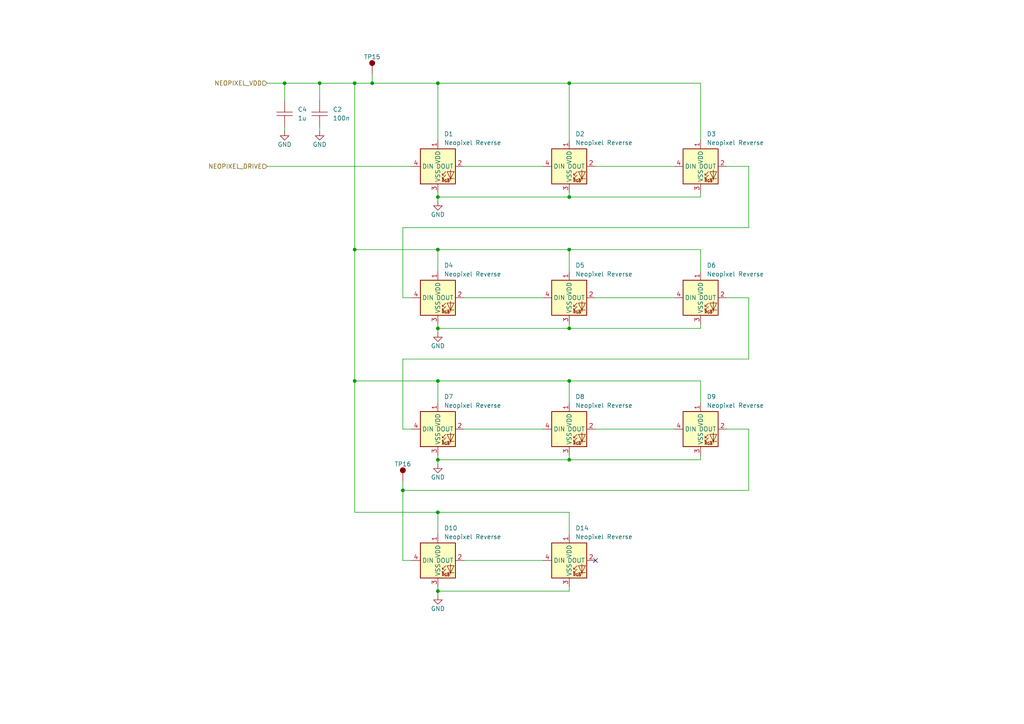
<source format=kicad_sch>
(kicad_sch (version 20231120) (generator "eeschema") (generator_version "8.0")
  (paper "A4")
  (title_block (title "Programmable Keyboard") (date "2025-01-06") (rev "3.0") (company "Kallio Designs Oy") (comment 1 "TL, NH") (comment 2 "ASSEMBLY_PN") (comment 3 "000018"))
  (lib_symbols
    (symbol "KD_Capacitor:C_0603_100n_X7R_50V" (pin_numbers hide) (pin_names hide)
      (property "Reference" "C" (at 2.54 1.27 0))
      (property "Value" "100n" (at 2.54 -1.27 0))
      (symbol "C_0603_100n_X7R_50V_0_1"
        (polyline (pts (xy -2.286 -0.508) (xy 2.286 -0.508)))
        (polyline (pts (xy -2.286 0.508) (xy 2.286 0.508)))
        (polyline (pts (xy 0 -0.508) (xy 0 -1.016)))
        (polyline (pts (xy 0 0.508) (xy 0 1.016)))
      )
      (symbol "C_0603_100n_X7R_50V_1_1"
        (pin passive line (at 0 3.81 270) (length 2.794) (name "~") (number "1"))
        (pin passive line (at 0 -3.81 90) (length 2.794) (name "~") (number "2"))
      )
    )
    (symbol "KD_Capacitor:C_0805_1u_X7R_25V" (pin_numbers hide) (pin_names hide)
      (property "Reference" "C" (at 2.54 1.27 0))
      (property "Value" "1u" (at 2.54 -1.27 0))
      (symbol "C_0805_1u_X7R_25V_0_1"
        (polyline (pts (xy -2.286 -0.508) (xy 2.286 -0.508)))
        (polyline (pts (xy -2.286 0.508) (xy 2.286 0.508)))
        (polyline (pts (xy 0 -0.508) (xy 0 -1.016)))
        (polyline (pts (xy 0 0.508) (xy 0 1.016)))
      )
      (symbol "C_0805_1u_X7R_25V_1_1"
        (pin passive line (at 0 3.81 270) (length 2.794) (name "~") (number "1"))
        (pin passive line (at 0 -3.81 90) (length 2.794) (name "~") (number "2"))
      )
    )
    (symbol "KD_Connector_Pads:TestPoint_2.5mm_H0.9" (pin_numbers hide) (pin_names hide)
      (property "Reference" "TP" (at 0 5.08 0))
      (symbol "TestPoint_2.5mm_H0.9_0_1"
        (circle (center 0 3.302) (radius 0.762) (fill (type outline)))
      )
      (symbol "TestPoint_2.5mm_H0.9_1_1"
        (pin passive line (at 0 0 90) (length 2.54) (name "1") (number "1"))
      )
    )
    (symbol "KD_Led:Neopixel_Reverse_Adafruit_4960"
      (property "Reference" "D" (at 1.778 9.398 0))
      (property "Value" "Neopixel Reverse" (at 1.778 6.858 0))
      (symbol "Neopixel_Reverse_Adafruit_4960_0_0"
        (text "RGB" (at 2.286 -4.191 0) (effects (font (size 0.762 0.762))))
      )
      (symbol "Neopixel_Reverse_Adafruit_4960_0_1"
        (polyline (pts (xy 1.27 -3.556) (xy 1.778 -3.556)))
        (polyline (pts (xy 1.27 -2.54) (xy 1.778 -2.54)))
        (polyline (pts (xy 4.699 -3.556) (xy 2.667 -3.556)))
        (polyline (pts (xy 2.286 -2.54) (xy 1.27 -3.556) (xy 1.27 -3.048)))
        (polyline (pts (xy 2.286 -1.524) (xy 1.27 -2.54) (xy 1.27 -2.032)))
        (polyline (pts (xy 3.683 -1.016) (xy 3.683 -3.556) (xy 3.683 -4.064)))
        (polyline (pts (xy 4.699 -1.524) (xy 2.667 -1.524) (xy 3.683 -3.556) (xy 4.699 -1.524)))
        (rectangle (start 5.08 5.08) (end -5.08 -5.08) (stroke (width 0.254)) (fill (type background)))
      )
      (symbol "Neopixel_Reverse_Adafruit_4960_1_1"
        (pin power_in line (at 0 7.62 270) (length 2.54) (name "VDD") (number "1"))
        (pin output line (at 7.62 0 180) (length 2.54) (name "DOUT") (number "2"))
        (pin power_in line (at 0 -7.62 90) (length 2.54) (name "VSS") (number "3"))
        (pin input line (at -7.62 0 0) (length 2.54) (name "DIN") (number "4"))
      )
    )
    (symbol "power:GND" (power) (pin_numbers hide) (pin_names (offset 0) hide)
      (property "Value" "GND" (at 0 -3.81 0))
      (symbol "GND_0_1"
        (polyline (pts (xy 0 0) (xy 0 -1.27) (xy 1.27 -1.27) (xy 0 -2.54) (xy -1.27 -1.27) (xy 0 -1.27)))
      )
      (symbol "GND_1_1"
        (pin power_in line (at 0 0 270) (length 0) (name "~") (number "1"))
      )
    )
  )
  (junction (at 127 171.45))
  (junction (at 102.87 72.39))
  (junction (at 127 133.35))
  (junction (at 102.87 24.13))
  (junction (at 165.1 24.13))
  (junction (at 127 95.25))
  (junction (at 165.1 110.49))
  (junction (at 127 57.15))
  (junction (at 116.84 142.24))
  (junction (at 165.1 133.35))
  (junction (at 127 72.39))
  (junction (at 107.95 24.13))
  (junction (at 127 24.13))
  (junction (at 92.71 24.13))
  (junction (at 82.55 24.13))
  (junction (at 165.1 57.15))
  (junction (at 127 148.59))
  (junction (at 165.1 72.39))
  (junction (at 127 110.49))
  (junction (at 102.87 110.49))
  (junction (at 165.1 95.25))
  (no_connect (at 172.72 162.56))
  (wire (pts (xy 217.17 142.24) (xy 116.84 142.24)))
  (wire (pts (xy 127 96.52) (xy 127 95.25)))
  (wire (pts (xy 127 57.15) (xy 127 55.88)))
  (wire (pts (xy 116.84 104.14) (xy 116.84 124.46)))
  (wire (pts (xy 217.17 48.26) (xy 217.17 66.04)))
  (wire (pts (xy 77.47 48.26) (xy 119.38 48.26)))
  (wire (pts (xy 165.1 95.25) (xy 203.2 95.25)))
  (wire (pts (xy 195.58 48.26) (xy 172.72 48.26)))
  (wire (pts (xy 82.55 24.13) (xy 82.55 29.21)))
  (wire (pts (xy 127 24.13) (xy 127 40.64)))
  (wire (pts (xy 127 57.15) (xy 165.1 57.15)))
  (wire (pts (xy 127 95.25) (xy 165.1 95.25)))
  (wire (pts (xy 195.58 124.46) (xy 172.72 124.46)))
  (wire (pts (xy 165.1 116.84) (xy 165.1 110.49)))
  (wire (pts (xy 203.2 93.98) (xy 203.2 95.25)))
  (wire (pts (xy 210.82 48.26) (xy 217.17 48.26)))
  (wire (pts (xy 210.82 86.36) (xy 217.17 86.36)))
  (wire (pts (xy 157.48 162.56) (xy 134.62 162.56)))
  (wire (pts (xy 203.2 72.39) (xy 165.1 72.39)))
  (wire (pts (xy 102.87 72.39) (xy 102.87 110.49)))
  (wire (pts (xy 165.1 93.98) (xy 165.1 95.25)))
  (wire (pts (xy 102.87 24.13) (xy 102.87 72.39)))
  (wire (pts (xy 116.84 124.46) (xy 119.38 124.46)))
  (wire (pts (xy 165.1 55.88) (xy 165.1 57.15)))
  (wire (pts (xy 116.84 142.24) (xy 116.84 162.56)))
  (wire (pts (xy 127 133.35) (xy 127 132.08)))
  (wire (pts (xy 165.1 170.18) (xy 165.1 171.45)))
  (wire (pts (xy 102.87 110.49) (xy 127 110.49)))
  (wire (pts (xy 165.1 132.08) (xy 165.1 133.35)))
  (wire (pts (xy 127 95.25) (xy 127 93.98)))
  (wire (pts (xy 92.71 24.13) (xy 92.71 29.21)))
  (wire (pts (xy 116.84 139.7) (xy 116.84 142.24)))
  (wire (pts (xy 127 58.42) (xy 127 57.15)))
  (wire (pts (xy 165.1 57.15) (xy 203.2 57.15)))
  (wire (pts (xy 217.17 104.14) (xy 116.84 104.14)))
  (wire (pts (xy 210.82 124.46) (xy 217.17 124.46)))
  (wire (pts (xy 116.84 162.56) (xy 119.38 162.56)))
  (wire (pts (xy 102.87 72.39) (xy 127 72.39)))
  (wire (pts (xy 203.2 24.13) (xy 165.1 24.13)))
  (wire (pts (xy 92.71 36.83) (xy 92.71 38.1)))
  (wire (pts (xy 217.17 124.46) (xy 217.17 142.24)))
  (wire (pts (xy 203.2 55.88) (xy 203.2 57.15)))
  (wire (pts (xy 107.95 24.13) (xy 127 24.13)))
  (wire (pts (xy 203.2 116.84) (xy 203.2 110.49)))
  (wire (pts (xy 165.1 40.64) (xy 165.1 24.13)))
  (wire (pts (xy 92.71 24.13) (xy 102.87 24.13)))
  (wire (pts (xy 165.1 72.39) (xy 127 72.39)))
  (wire (pts (xy 195.58 86.36) (xy 172.72 86.36)))
  (wire (pts (xy 107.95 21.59) (xy 107.95 24.13)))
  (wire (pts (xy 127 172.72) (xy 127 171.45)))
  (wire (pts (xy 165.1 78.74) (xy 165.1 72.39)))
  (wire (pts (xy 203.2 78.74) (xy 203.2 72.39)))
  (wire (pts (xy 165.1 133.35) (xy 203.2 133.35)))
  (wire (pts (xy 127 148.59) (xy 165.1 148.59)))
  (wire (pts (xy 127 134.62) (xy 127 133.35)))
  (wire (pts (xy 102.87 24.13) (xy 107.95 24.13)))
  (wire (pts (xy 116.84 86.36) (xy 119.38 86.36)))
  (wire (pts (xy 203.2 110.49) (xy 165.1 110.49)))
  (wire (pts (xy 127 133.35) (xy 165.1 133.35)))
  (wire (pts (xy 217.17 66.04) (xy 116.84 66.04)))
  (wire (pts (xy 157.48 48.26) (xy 134.62 48.26)))
  (wire (pts (xy 203.2 40.64) (xy 203.2 24.13)))
  (wire (pts (xy 165.1 24.13) (xy 127 24.13)))
  (wire (pts (xy 217.17 86.36) (xy 217.17 104.14)))
  (wire (pts (xy 127 110.49) (xy 127 116.84)))
  (wire (pts (xy 165.1 148.59) (xy 165.1 154.94)))
  (wire (pts (xy 157.48 86.36) (xy 134.62 86.36)))
  (wire (pts (xy 127 171.45) (xy 165.1 171.45)))
  (wire (pts (xy 127 148.59) (xy 102.87 148.59)))
  (wire (pts (xy 157.48 124.46) (xy 134.62 124.46)))
  (wire (pts (xy 77.47 24.13) (xy 82.55 24.13)))
  (wire (pts (xy 203.2 132.08) (xy 203.2 133.35)))
  (wire (pts (xy 165.1 110.49) (xy 127 110.49)))
  (wire (pts (xy 127 171.45) (xy 127 170.18)))
  (wire (pts (xy 127 72.39) (xy 127 78.74)))
  (wire (pts (xy 102.87 148.59) (xy 102.87 110.49)))
  (wire (pts (xy 127 154.94) (xy 127 148.59)))
  (wire (pts (xy 82.55 36.83) (xy 82.55 38.1)))
  (wire (pts (xy 82.55 24.13) (xy 92.71 24.13)))
  (wire (pts (xy 116.84 66.04) (xy 116.84 86.36)))
  (hierarchical_label "NEOPIXEL_DRIVE" (shape input) (at 77.47 48.26 180))
  (hierarchical_label "NEOPIXEL_VDD" (shape input) (at 77.47 24.13 180))
  (symbol (lib_id "power:GND") (at 127 172.72 0) (mirror y) (unit 1)
    (property "Reference" "#GND06" (effects (hide yes)))
    (property "Value" "GND" (at 127 176.53 0))
    (property "Description" "Power symbol creates a global label with name \"GND\" , ground" (effects (hide yes)))
    (instances (project "000052 RCCON" (path "" (reference "#GND06") (unit 1))) (project "000018 PGKB" (path "" (reference "#GND036") (unit 1))))
  )
  (symbol (lib_id "KD_Capacitor:C_0603_100n_X7R_50V") (at 92.71 33.02 0) (unit 1)
    (property "Reference" "C2" (at 96.52 31.7499 0) (effects (justify left)))
    (property "Value" "100n" (at 96.52 34.2899 0) (effects (justify left)))
    (property "Footprint" "KD_Capacitor:CAPC1608X90N" (effects (hide yes)))
    (property "Datasheet" "https://mm.digikey.com/Volume0/opasdata/d220001/medias/docus/658/CL10B104KB8NNWC_Spec.pdf" (effects (hide yes)))
    (property "Description" "CAP CER 0.1UF 50V X7R 0603" (effects (hide yes)))
    (property "Manufacturer" "Samsung" (effects (hide yes)))
    (property "MFG_PartNo" "CL10B104KB8NNWC" (effects (hide yes)))
    (property "Supplier" "Digi-Key" (effects (hide yes)))
    (property "Supplier_PartNo" "1276-1935-1-ND" (effects (hide yes)))
    (property "DNP" "F" (effects (hide yes)))
    (property "Price" "0.01" (effects (hide yes)))
    (instances (project "000052 RCCON" (path "" (reference "C2") (unit 1))) (project "000018 PGKB" (path "" (reference "C40") (unit 1))))
  )
  (symbol (lib_id "KD_Led:Neopixel_Reverse_Adafruit_4960") (at 127 86.36 0) (unit 1)
    (property "Reference" "D4" (at 128.778 76.962 0) (effects (justify left)))
    (property "Value" "Neopixel Reverse" (at 128.778 79.502 0) (effects (justify left)))
    (property "Footprint" "KD_Diode:LEDM_NEO3535_REVERSE_SK6812-E" (effects (hide yes)))
    (property "Datasheet" "https://cdn-shop.adafruit.com/product-files/4960/4960_SK6812MINI-E_REV02_EN.pdf" (effects (hide yes)))
    (property "Manufacturer" "Adafruit Industries LLC" (effects (hide yes)))
    (property "MFG_PartNo" "4960" (effects (hide yes)))
    (property "Supplier" "Digi-Key" (effects (hide yes)))
    (property "Supplier_PartNo" "1528-4960-ND" (effects (hide yes)))
    (property "DNP" "F" (effects (hide yes)))
    (property "Price" "0.28" (effects (hide yes)))
  )
  (symbol (lib_id "KD_Led:Neopixel_Reverse_Adafruit_4960") (at 203.2 124.46 0) (unit 1)
    (property "Reference" "D9" (at 204.978 115.062 0) (effects (justify left)))
    (property "Value" "Neopixel Reverse" (at 204.978 117.602 0) (effects (justify left)))
    (property "Footprint" "KD_Diode:LEDM_NEO3535_REVERSE_SK6812-E" (effects (hide yes)))
    (property "Datasheet" "https://cdn-shop.adafruit.com/product-files/4960/4960_SK6812MINI-E_REV02_EN.pdf" (effects (hide yes)))
    (property "Manufacturer" "Adafruit Industries LLC" (effects (hide yes)))
    (property "MFG_PartNo" "4960" (effects (hide yes)))
    (property "Supplier" "Digi-Key" (effects (hide yes)))
    (property "Supplier_PartNo" "1528-4960-ND" (effects (hide yes)))
    (property "DNP" "F" (effects (hide yes)))
    (property "Price" "0.28" (effects (hide yes)))
  )
  (symbol (lib_id "power:GND") (at 127 134.62 0) (mirror y) (unit 1)
    (property "Reference" "#GND06" (effects (hide yes)))
    (property "Value" "GND" (at 127 138.43 0))
    (property "Description" "Power symbol creates a global label with name \"GND\" , ground" (effects (hide yes)))
    (instances (project "000052 RCCON" (path "" (reference "#GND06") (unit 1))) (project "000018 PGKB" (path "" (reference "#GND035") (unit 1))))
  )
  (symbol (lib_id "KD_Capacitor:C_0805_1u_X7R_25V") (at 82.55 33.02 0) (unit 1)
    (property "Reference" "C4" (at 86.36 31.7499 0) (effects (justify left)))
    (property "Value" "1u" (at 86.36 34.2899 0) (effects (justify left)))
    (property "Footprint" "KD_Capacitor:CAPC2012X135N" (effects (hide yes)))
    (property "Datasheet" "https://mm.digikey.com/Volume0/opasdata/d220001/medias/docus/1105/CL21B105KAFNNNE_Spec.pdf" (effects (hide yes)))
    (property "Description" "CAP CER 1UF 25V X7R 0805" (effects (hide yes)))
    (property "Manufacturer" "Samsung Electro-Mechanics" (effects (hide yes)))
    (property "MFG_PartNo" "CL21B105KAFNNNE" (effects (hide yes)))
    (property "Supplier" "Digi-Key" (effects (hide yes)))
    (property "Supplier_PartNo" "1276-1066-1-ND" (effects (hide yes)))
    (property "DNP" "F" (effects (hide yes)))
    (property "Price" "0.03" (effects (hide yes)))
    (instances (project "000052 RCCON" (path "" (reference "C4") (unit 1))) (project "000018 PGKB" (path "" (reference "C39") (unit 1))))
  )
  (symbol (lib_id "KD_Led:Neopixel_Reverse_Adafruit_4960") (at 165.1 86.36 0) (unit 1)
    (property "Reference" "D5" (at 166.878 76.962 0) (effects (justify left)))
    (property "Value" "Neopixel Reverse" (at 166.878 79.502 0) (effects (justify left)))
    (property "Footprint" "KD_Diode:LEDM_NEO3535_REVERSE_SK6812-E" (effects (hide yes)))
    (property "Datasheet" "https://cdn-shop.adafruit.com/product-files/4960/4960_SK6812MINI-E_REV02_EN.pdf" (effects (hide yes)))
    (property "Manufacturer" "Adafruit Industries LLC" (effects (hide yes)))
    (property "MFG_PartNo" "4960" (effects (hide yes)))
    (property "Supplier" "Digi-Key" (effects (hide yes)))
    (property "Supplier_PartNo" "1528-4960-ND" (effects (hide yes)))
    (property "DNP" "F" (effects (hide yes)))
    (property "Price" "0.28" (effects (hide yes)))
  )
  (symbol (lib_id "KD_Led:Neopixel_Reverse_Adafruit_4960") (at 127 124.46 0) (unit 1)
    (property "Reference" "D7" (at 128.778 115.062 0) (effects (justify left)))
    (property "Value" "Neopixel Reverse" (at 128.778 117.602 0) (effects (justify left)))
    (property "Footprint" "KD_Diode:LEDM_NEO3535_REVERSE_SK6812-E" (effects (hide yes)))
    (property "Datasheet" "https://cdn-shop.adafruit.com/product-files/4960/4960_SK6812MINI-E_REV02_EN.pdf" (effects (hide yes)))
    (property "Manufacturer" "Adafruit Industries LLC" (effects (hide yes)))
    (property "MFG_PartNo" "4960" (effects (hide yes)))
    (property "Supplier" "Digi-Key" (effects (hide yes)))
    (property "Supplier_PartNo" "1528-4960-ND" (effects (hide yes)))
    (property "DNP" "F" (effects (hide yes)))
    (property "Price" "0.28" (effects (hide yes)))
  )
  (symbol (lib_id "KD_Led:Neopixel_Reverse_Adafruit_4960") (at 127 162.56 0) (unit 1)
    (property "Reference" "D10" (at 128.778 153.162 0) (effects (justify left)))
    (property "Value" "Neopixel Reverse" (at 128.778 155.702 0) (effects (justify left)))
    (property "Footprint" "KD_Diode:LEDM_NEO3535_REVERSE_SK6812-E" (effects (hide yes)))
    (property "Datasheet" "https://cdn-shop.adafruit.com/product-files/4960/4960_SK6812MINI-E_REV02_EN.pdf" (effects (hide yes)))
    (property "Manufacturer" "Adafruit Industries LLC" (effects (hide yes)))
    (property "MFG_PartNo" "4960" (effects (hide yes)))
    (property "Supplier" "Digi-Key" (effects (hide yes)))
    (property "Supplier_PartNo" "1528-4960-ND" (effects (hide yes)))
    (property "DNP" "F" (effects (hide yes)))
    (property "Price" "0.28" (effects (hide yes)))
  )
  (symbol (lib_id "KD_Connector_Pads:TestPoint_2.5mm_H0.9") (at 107.95 21.59 0) (unit 1)
    (property "Reference" "TP15" (at 107.95 16.51 0))
    (property "Value" "TP D2.5 mm H0.9mm" (effects (hide yes)))
    (property "Footprint" "KD_Connector_Pads:TestPoint_Pad_D2.5mm_H0.9mm" (effects (hide yes)))
    (property "Datasheet" "DNP" (effects (hide yes)))
    (property "Description" "Test point" (effects (hide yes)))
    (property "Code" "DNP" (effects (hide yes)))
    (property "Manufacturer" "DNP" (effects (hide yes)))
    (property "MFG_PartNo" "DNP" (effects (hide yes)))
    (property "Supplier" "DNP" (effects (hide yes)))
    (property "Supplier_PartNo" "DNP" (effects (hide yes)))
    (property "DNP" "T" (effects (hide yes)))
    (property "Price" "0.00" (effects (hide yes)))
  )
  (symbol (lib_id "KD_Led:Neopixel_Reverse_Adafruit_4960") (at 203.2 48.26 0) (unit 1)
    (property "Reference" "D3" (at 204.978 38.862 0) (effects (justify left)))
    (property "Value" "Neopixel Reverse" (at 204.978 41.402 0) (effects (justify left)))
    (property "Footprint" "KD_Diode:LEDM_NEO3535_REVERSE_SK6812-E" (effects (hide yes)))
    (property "Datasheet" "https://cdn-shop.adafruit.com/product-files/4960/4960_SK6812MINI-E_REV02_EN.pdf" (effects (hide yes)))
    (property "Manufacturer" "Adafruit Industries LLC" (effects (hide yes)))
    (property "MFG_PartNo" "4960" (effects (hide yes)))
    (property "Supplier" "Digi-Key" (effects (hide yes)))
    (property "Supplier_PartNo" "1528-4960-ND" (effects (hide yes)))
    (property "DNP" "F" (effects (hide yes)))
    (property "Price" "0.28" (effects (hide yes)))
  )
  (symbol (lib_id "KD_Led:Neopixel_Reverse_Adafruit_4960") (at 165.1 162.56 0) (unit 1)
    (property "Reference" "D14" (at 166.878 153.162 0) (effects (justify left)))
    (property "Value" "Neopixel Reverse" (at 166.878 155.702 0) (effects (justify left)))
    (property "Footprint" "KD_Diode:LEDM_NEO3535_REVERSE_SK6812-E" (effects (hide yes)))
    (property "Datasheet" "https://cdn-shop.adafruit.com/product-files/4960/4960_SK6812MINI-E_REV02_EN.pdf" (effects (hide yes)))
    (property "Manufacturer" "Adafruit Industries LLC" (effects (hide yes)))
    (property "MFG_PartNo" "4960" (effects (hide yes)))
    (property "Supplier" "Digi-Key" (effects (hide yes)))
    (property "Supplier_PartNo" "1528-4960-ND" (effects (hide yes)))
    (property "DNP" "F" (effects (hide yes)))
    (property "Price" "0.28" (effects (hide yes)))
  )
  (symbol (lib_id "power:GND") (at 127 58.42 0) (mirror y) (unit 1)
    (property "Reference" "#GND06" (effects (hide yes)))
    (property "Value" "GND" (at 127 62.23 0))
    (property "Description" "Power symbol creates a global label with name \"GND\" , ground" (effects (hide yes)))
    (instances (project "000052 RCCON" (path "" (reference "#GND06") (unit 1))) (project "000018 PGKB" (path "" (reference "#GND033") (unit 1))))
  )
  (symbol (lib_id "power:GND") (at 92.71 38.1 0) (mirror y) (unit 1)
    (property "Reference" "#GND02" (effects (hide yes)))
    (property "Value" "GND" (at 92.71 41.91 0))
    (property "Description" "Power symbol creates a global label with name \"GND\" , ground" (effects (hide yes)))
    (instances (project "000052 RCCON" (path "" (reference "#GND02") (unit 1))) (project "000018 PGKB" (path "" (reference "#GND032") (unit 1))))
  )
  (symbol (lib_id "KD_Led:Neopixel_Reverse_Adafruit_4960") (at 127 48.26 0) (unit 1)
    (property "Reference" "D1" (at 128.778 38.862 0) (effects (justify left)))
    (property "Value" "Neopixel Reverse" (at 128.778 41.402 0) (effects (justify left)))
    (property "Footprint" "KD_Diode:LEDM_NEO3535_REVERSE_SK6812-E" (effects (hide yes)))
    (property "Datasheet" "https://cdn-shop.adafruit.com/product-files/4960/4960_SK6812MINI-E_REV02_EN.pdf" (effects (hide yes)))
    (property "Manufacturer" "Adafruit Industries LLC" (effects (hide yes)))
    (property "MFG_PartNo" "4960" (effects (hide yes)))
    (property "Supplier" "Digi-Key" (effects (hide yes)))
    (property "Supplier_PartNo" "1528-4960-ND" (effects (hide yes)))
    (property "DNP" "F" (effects (hide yes)))
    (property "Price" "0.28" (effects (hide yes)))
  )
  (symbol (lib_id "power:GND") (at 82.55 38.1 0) (mirror y) (unit 1)
    (property "Reference" "#GND04" (effects (hide yes)))
    (property "Value" "GND" (at 82.55 41.91 0))
    (property "Description" "Power symbol creates a global label with name \"GND\" , ground" (effects (hide yes)))
    (instances (project "000052 RCCON" (path "" (reference "#GND04") (unit 1))) (project "000018 PGKB" (path "" (reference "#GND031") (unit 1))))
  )
  (symbol (lib_id "KD_Led:Neopixel_Reverse_Adafruit_4960") (at 203.2 86.36 0) (unit 1)
    (property "Reference" "D6" (at 204.978 76.962 0) (effects (justify left)))
    (property "Value" "Neopixel Reverse" (at 204.978 79.502 0) (effects (justify left)))
    (property "Footprint" "KD_Diode:LEDM_NEO3535_REVERSE_SK6812-E" (effects (hide yes)))
    (property "Datasheet" "https://cdn-shop.adafruit.com/product-files/4960/4960_SK6812MINI-E_REV02_EN.pdf" (effects (hide yes)))
    (property "Manufacturer" "Adafruit Industries LLC" (effects (hide yes)))
    (property "MFG_PartNo" "4960" (effects (hide yes)))
    (property "Supplier" "Digi-Key" (effects (hide yes)))
    (property "Supplier_PartNo" "1528-4960-ND" (effects (hide yes)))
    (property "DNP" "F" (effects (hide yes)))
    (property "Price" "0.28" (effects (hide yes)))
  )
  (symbol (lib_id "power:GND") (at 127 96.52 0) (mirror y) (unit 1)
    (property "Reference" "#GND06" (effects (hide yes)))
    (property "Value" "GND" (at 127 100.33 0))
    (property "Description" "Power symbol creates a global label with name \"GND\" , ground" (effects (hide yes)))
    (instances (project "000052 RCCON" (path "" (reference "#GND06") (unit 1))) (project "000018 PGKB" (path "" (reference "#GND034") (unit 1))))
  )
  (symbol (lib_id "KD_Led:Neopixel_Reverse_Adafruit_4960") (at 165.1 48.26 0) (unit 1)
    (property "Reference" "D2" (at 166.878 38.862 0) (effects (justify left)))
    (property "Value" "Neopixel Reverse" (at 166.878 41.402 0) (effects (justify left)))
    (property "Footprint" "KD_Diode:LEDM_NEO3535_REVERSE_SK6812-E" (effects (hide yes)))
    (property "Datasheet" "https://cdn-shop.adafruit.com/product-files/4960/4960_SK6812MINI-E_REV02_EN.pdf" (effects (hide yes)))
    (property "Manufacturer" "Adafruit Industries LLC" (effects (hide yes)))
    (property "MFG_PartNo" "4960" (effects (hide yes)))
    (property "Supplier" "Digi-Key" (effects (hide yes)))
    (property "Supplier_PartNo" "1528-4960-ND" (effects (hide yes)))
    (property "DNP" "F" (effects (hide yes)))
    (property "Price" "0.28" (effects (hide yes)))
  )
  (symbol (lib_id "KD_Connector_Pads:TestPoint_2.5mm_H0.9") (at 116.84 139.7 0) (unit 1)
    (property "Reference" "TP16" (at 116.84 134.62 0))
    (property "Value" "TP D2.5 mm H0.9mm" (effects (hide yes)))
    (property "Footprint" "KD_Connector_Pads:TestPoint_Pad_D2.5mm_H0.9mm" (effects (hide yes)))
    (property "Datasheet" "DNP" (effects (hide yes)))
    (property "Description" "Test point" (effects (hide yes)))
    (property "Code" "DNP" (effects (hide yes)))
    (property "Manufacturer" "DNP" (effects (hide yes)))
    (property "MFG_PartNo" "DNP" (effects (hide yes)))
    (property "Supplier" "DNP" (effects (hide yes)))
    (property "Supplier_PartNo" "DNP" (effects (hide yes)))
    (property "DNP" "T" (effects (hide yes)))
    (property "Price" "0.00" (effects (hide yes)))
  )
  (symbol (lib_id "KD_Led:Neopixel_Reverse_Adafruit_4960") (at 165.1 124.46 0) (unit 1)
    (property "Reference" "D8" (at 166.878 115.062 0) (effects (justify left)))
    (property "Value" "Neopixel Reverse" (at 166.878 117.602 0) (effects (justify left)))
    (property "Footprint" "KD_Diode:LEDM_NEO3535_REVERSE_SK6812-E" (effects (hide yes)))
    (property "Datasheet" "https://cdn-shop.adafruit.com/product-files/4960/4960_SK6812MINI-E_REV02_EN.pdf" (effects (hide yes)))
    (property "Manufacturer" "Adafruit Industries LLC" (effects (hide yes)))
    (property "MFG_PartNo" "4960" (effects (hide yes)))
    (property "Supplier" "Digi-Key" (effects (hide yes)))
    (property "Supplier_PartNo" "1528-4960-ND" (effects (hide yes)))
    (property "DNP" "F" (effects (hide yes)))
    (property "Price" "0.28" (effects (hide yes)))
  )
)
</source>
